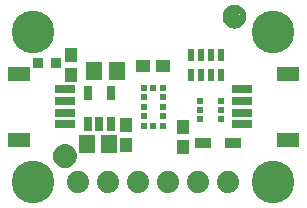
<source format=gbr>
G04 EAGLE Gerber RS-274X export*
G75*
%MOMM*%
%FSLAX34Y34*%
%LPD*%
%INSoldermask Top*%
%IPPOS*%
%AMOC8*
5,1,8,0,0,1.08239X$1,22.5*%
G01*
%ADD10R,0.601600X0.601600*%
%ADD11R,1.451600X0.901600*%
%ADD12R,1.341600X1.601600*%
%ADD13R,0.651600X1.301600*%
%ADD14R,1.101600X1.176600*%
%ADD15R,0.551600X1.001600*%
%ADD16R,0.601600X0.501600*%
%ADD17C,1.879600*%
%ADD18C,3.617600*%
%ADD19R,1.651600X0.701600*%
%ADD20R,1.901600X1.301600*%
%ADD21C,1.101600*%
%ADD22C,0.500000*%
%ADD23R,0.901600X0.901600*%
%ADD24R,1.176600X1.101600*%


D10*
X119000Y72900D03*
X119000Y80900D03*
X119000Y88900D03*
X119000Y96900D03*
X119000Y104900D03*
X127000Y104900D03*
X135000Y104900D03*
X135000Y96900D03*
X135000Y88900D03*
X135000Y80900D03*
X135000Y72900D03*
X127000Y72900D03*
D11*
X194310Y58420D03*
X168910Y58420D03*
D12*
X70510Y57150D03*
X89510Y57150D03*
D13*
X71780Y74629D03*
X81280Y74629D03*
X90780Y74629D03*
X90780Y100631D03*
X71780Y100631D03*
D12*
X76860Y119380D03*
X95860Y119380D03*
D14*
X104140Y73270D03*
X104140Y56270D03*
D15*
X184450Y115960D03*
X184450Y132960D03*
X175450Y115960D03*
X167450Y115960D03*
X158450Y115960D03*
X158450Y132960D03*
X175450Y132960D03*
X167450Y132960D03*
D10*
X184260Y78860D03*
D16*
X184260Y86360D03*
D10*
X184260Y93860D03*
X166260Y93860D03*
D16*
X166260Y86360D03*
D10*
X166260Y78860D03*
D17*
X63500Y25400D03*
X88900Y25400D03*
X114300Y25400D03*
X139700Y25400D03*
X165100Y25400D03*
X190500Y25400D03*
D18*
X25400Y152400D03*
X228600Y152400D03*
D19*
X202190Y83900D03*
X202190Y93900D03*
X202190Y73900D03*
X202190Y103900D03*
D20*
X241190Y60900D03*
X241190Y116900D03*
D19*
X51810Y93900D03*
X51810Y83900D03*
X51810Y103900D03*
X51810Y73900D03*
D20*
X12810Y116900D03*
X12810Y60900D03*
D21*
X52070Y46990D03*
D22*
X52070Y54490D02*
X51889Y54488D01*
X51708Y54481D01*
X51527Y54470D01*
X51346Y54455D01*
X51166Y54435D01*
X50986Y54411D01*
X50807Y54383D01*
X50629Y54350D01*
X50452Y54313D01*
X50275Y54272D01*
X50100Y54227D01*
X49925Y54177D01*
X49752Y54123D01*
X49581Y54065D01*
X49410Y54003D01*
X49242Y53936D01*
X49075Y53866D01*
X48909Y53792D01*
X48746Y53713D01*
X48585Y53631D01*
X48425Y53545D01*
X48268Y53455D01*
X48113Y53361D01*
X47960Y53264D01*
X47810Y53162D01*
X47662Y53058D01*
X47516Y52949D01*
X47374Y52838D01*
X47234Y52722D01*
X47097Y52604D01*
X46962Y52482D01*
X46831Y52357D01*
X46703Y52229D01*
X46578Y52098D01*
X46456Y51963D01*
X46338Y51826D01*
X46222Y51686D01*
X46111Y51544D01*
X46002Y51398D01*
X45898Y51250D01*
X45796Y51100D01*
X45699Y50947D01*
X45605Y50792D01*
X45515Y50635D01*
X45429Y50475D01*
X45347Y50314D01*
X45268Y50151D01*
X45194Y49985D01*
X45124Y49818D01*
X45057Y49650D01*
X44995Y49479D01*
X44937Y49308D01*
X44883Y49135D01*
X44833Y48960D01*
X44788Y48785D01*
X44747Y48608D01*
X44710Y48431D01*
X44677Y48253D01*
X44649Y48074D01*
X44625Y47894D01*
X44605Y47714D01*
X44590Y47533D01*
X44579Y47352D01*
X44572Y47171D01*
X44570Y46990D01*
X52070Y54490D02*
X52251Y54488D01*
X52432Y54481D01*
X52613Y54470D01*
X52794Y54455D01*
X52974Y54435D01*
X53154Y54411D01*
X53333Y54383D01*
X53511Y54350D01*
X53688Y54313D01*
X53865Y54272D01*
X54040Y54227D01*
X54215Y54177D01*
X54388Y54123D01*
X54559Y54065D01*
X54730Y54003D01*
X54898Y53936D01*
X55065Y53866D01*
X55231Y53792D01*
X55394Y53713D01*
X55555Y53631D01*
X55715Y53545D01*
X55872Y53455D01*
X56027Y53361D01*
X56180Y53264D01*
X56330Y53162D01*
X56478Y53058D01*
X56624Y52949D01*
X56766Y52838D01*
X56906Y52722D01*
X57043Y52604D01*
X57178Y52482D01*
X57309Y52357D01*
X57437Y52229D01*
X57562Y52098D01*
X57684Y51963D01*
X57802Y51826D01*
X57918Y51686D01*
X58029Y51544D01*
X58138Y51398D01*
X58242Y51250D01*
X58344Y51100D01*
X58441Y50947D01*
X58535Y50792D01*
X58625Y50635D01*
X58711Y50475D01*
X58793Y50314D01*
X58872Y50151D01*
X58946Y49985D01*
X59016Y49818D01*
X59083Y49650D01*
X59145Y49479D01*
X59203Y49308D01*
X59257Y49135D01*
X59307Y48960D01*
X59352Y48785D01*
X59393Y48608D01*
X59430Y48431D01*
X59463Y48253D01*
X59491Y48074D01*
X59515Y47894D01*
X59535Y47714D01*
X59550Y47533D01*
X59561Y47352D01*
X59568Y47171D01*
X59570Y46990D01*
X59568Y46809D01*
X59561Y46628D01*
X59550Y46447D01*
X59535Y46266D01*
X59515Y46086D01*
X59491Y45906D01*
X59463Y45727D01*
X59430Y45549D01*
X59393Y45372D01*
X59352Y45195D01*
X59307Y45020D01*
X59257Y44845D01*
X59203Y44672D01*
X59145Y44501D01*
X59083Y44330D01*
X59016Y44162D01*
X58946Y43995D01*
X58872Y43829D01*
X58793Y43666D01*
X58711Y43505D01*
X58625Y43345D01*
X58535Y43188D01*
X58441Y43033D01*
X58344Y42880D01*
X58242Y42730D01*
X58138Y42582D01*
X58029Y42436D01*
X57918Y42294D01*
X57802Y42154D01*
X57684Y42017D01*
X57562Y41882D01*
X57437Y41751D01*
X57309Y41623D01*
X57178Y41498D01*
X57043Y41376D01*
X56906Y41258D01*
X56766Y41142D01*
X56624Y41031D01*
X56478Y40922D01*
X56330Y40818D01*
X56180Y40716D01*
X56027Y40619D01*
X55872Y40525D01*
X55715Y40435D01*
X55555Y40349D01*
X55394Y40267D01*
X55231Y40188D01*
X55065Y40114D01*
X54898Y40044D01*
X54730Y39977D01*
X54559Y39915D01*
X54388Y39857D01*
X54215Y39803D01*
X54040Y39753D01*
X53865Y39708D01*
X53688Y39667D01*
X53511Y39630D01*
X53333Y39597D01*
X53154Y39569D01*
X52974Y39545D01*
X52794Y39525D01*
X52613Y39510D01*
X52432Y39499D01*
X52251Y39492D01*
X52070Y39490D01*
X51889Y39492D01*
X51708Y39499D01*
X51527Y39510D01*
X51346Y39525D01*
X51166Y39545D01*
X50986Y39569D01*
X50807Y39597D01*
X50629Y39630D01*
X50452Y39667D01*
X50275Y39708D01*
X50100Y39753D01*
X49925Y39803D01*
X49752Y39857D01*
X49581Y39915D01*
X49410Y39977D01*
X49242Y40044D01*
X49075Y40114D01*
X48909Y40188D01*
X48746Y40267D01*
X48585Y40349D01*
X48425Y40435D01*
X48268Y40525D01*
X48113Y40619D01*
X47960Y40716D01*
X47810Y40818D01*
X47662Y40922D01*
X47516Y41031D01*
X47374Y41142D01*
X47234Y41258D01*
X47097Y41376D01*
X46962Y41498D01*
X46831Y41623D01*
X46703Y41751D01*
X46578Y41882D01*
X46456Y42017D01*
X46338Y42154D01*
X46222Y42294D01*
X46111Y42436D01*
X46002Y42582D01*
X45898Y42730D01*
X45796Y42880D01*
X45699Y43033D01*
X45605Y43188D01*
X45515Y43345D01*
X45429Y43505D01*
X45347Y43666D01*
X45268Y43829D01*
X45194Y43995D01*
X45124Y44162D01*
X45057Y44330D01*
X44995Y44501D01*
X44937Y44672D01*
X44883Y44845D01*
X44833Y45020D01*
X44788Y45195D01*
X44747Y45372D01*
X44710Y45549D01*
X44677Y45727D01*
X44649Y45906D01*
X44625Y46086D01*
X44605Y46266D01*
X44590Y46447D01*
X44579Y46628D01*
X44572Y46809D01*
X44570Y46990D01*
D21*
X195580Y165100D03*
D22*
X195580Y172600D02*
X195399Y172598D01*
X195218Y172591D01*
X195037Y172580D01*
X194856Y172565D01*
X194676Y172545D01*
X194496Y172521D01*
X194317Y172493D01*
X194139Y172460D01*
X193962Y172423D01*
X193785Y172382D01*
X193610Y172337D01*
X193435Y172287D01*
X193262Y172233D01*
X193091Y172175D01*
X192920Y172113D01*
X192752Y172046D01*
X192585Y171976D01*
X192419Y171902D01*
X192256Y171823D01*
X192095Y171741D01*
X191935Y171655D01*
X191778Y171565D01*
X191623Y171471D01*
X191470Y171374D01*
X191320Y171272D01*
X191172Y171168D01*
X191026Y171059D01*
X190884Y170948D01*
X190744Y170832D01*
X190607Y170714D01*
X190472Y170592D01*
X190341Y170467D01*
X190213Y170339D01*
X190088Y170208D01*
X189966Y170073D01*
X189848Y169936D01*
X189732Y169796D01*
X189621Y169654D01*
X189512Y169508D01*
X189408Y169360D01*
X189306Y169210D01*
X189209Y169057D01*
X189115Y168902D01*
X189025Y168745D01*
X188939Y168585D01*
X188857Y168424D01*
X188778Y168261D01*
X188704Y168095D01*
X188634Y167928D01*
X188567Y167760D01*
X188505Y167589D01*
X188447Y167418D01*
X188393Y167245D01*
X188343Y167070D01*
X188298Y166895D01*
X188257Y166718D01*
X188220Y166541D01*
X188187Y166363D01*
X188159Y166184D01*
X188135Y166004D01*
X188115Y165824D01*
X188100Y165643D01*
X188089Y165462D01*
X188082Y165281D01*
X188080Y165100D01*
X195580Y172600D02*
X195761Y172598D01*
X195942Y172591D01*
X196123Y172580D01*
X196304Y172565D01*
X196484Y172545D01*
X196664Y172521D01*
X196843Y172493D01*
X197021Y172460D01*
X197198Y172423D01*
X197375Y172382D01*
X197550Y172337D01*
X197725Y172287D01*
X197898Y172233D01*
X198069Y172175D01*
X198240Y172113D01*
X198408Y172046D01*
X198575Y171976D01*
X198741Y171902D01*
X198904Y171823D01*
X199065Y171741D01*
X199225Y171655D01*
X199382Y171565D01*
X199537Y171471D01*
X199690Y171374D01*
X199840Y171272D01*
X199988Y171168D01*
X200134Y171059D01*
X200276Y170948D01*
X200416Y170832D01*
X200553Y170714D01*
X200688Y170592D01*
X200819Y170467D01*
X200947Y170339D01*
X201072Y170208D01*
X201194Y170073D01*
X201312Y169936D01*
X201428Y169796D01*
X201539Y169654D01*
X201648Y169508D01*
X201752Y169360D01*
X201854Y169210D01*
X201951Y169057D01*
X202045Y168902D01*
X202135Y168745D01*
X202221Y168585D01*
X202303Y168424D01*
X202382Y168261D01*
X202456Y168095D01*
X202526Y167928D01*
X202593Y167760D01*
X202655Y167589D01*
X202713Y167418D01*
X202767Y167245D01*
X202817Y167070D01*
X202862Y166895D01*
X202903Y166718D01*
X202940Y166541D01*
X202973Y166363D01*
X203001Y166184D01*
X203025Y166004D01*
X203045Y165824D01*
X203060Y165643D01*
X203071Y165462D01*
X203078Y165281D01*
X203080Y165100D01*
X203078Y164919D01*
X203071Y164738D01*
X203060Y164557D01*
X203045Y164376D01*
X203025Y164196D01*
X203001Y164016D01*
X202973Y163837D01*
X202940Y163659D01*
X202903Y163482D01*
X202862Y163305D01*
X202817Y163130D01*
X202767Y162955D01*
X202713Y162782D01*
X202655Y162611D01*
X202593Y162440D01*
X202526Y162272D01*
X202456Y162105D01*
X202382Y161939D01*
X202303Y161776D01*
X202221Y161615D01*
X202135Y161455D01*
X202045Y161298D01*
X201951Y161143D01*
X201854Y160990D01*
X201752Y160840D01*
X201648Y160692D01*
X201539Y160546D01*
X201428Y160404D01*
X201312Y160264D01*
X201194Y160127D01*
X201072Y159992D01*
X200947Y159861D01*
X200819Y159733D01*
X200688Y159608D01*
X200553Y159486D01*
X200416Y159368D01*
X200276Y159252D01*
X200134Y159141D01*
X199988Y159032D01*
X199840Y158928D01*
X199690Y158826D01*
X199537Y158729D01*
X199382Y158635D01*
X199225Y158545D01*
X199065Y158459D01*
X198904Y158377D01*
X198741Y158298D01*
X198575Y158224D01*
X198408Y158154D01*
X198240Y158087D01*
X198069Y158025D01*
X197898Y157967D01*
X197725Y157913D01*
X197550Y157863D01*
X197375Y157818D01*
X197198Y157777D01*
X197021Y157740D01*
X196843Y157707D01*
X196664Y157679D01*
X196484Y157655D01*
X196304Y157635D01*
X196123Y157620D01*
X195942Y157609D01*
X195761Y157602D01*
X195580Y157600D01*
X195399Y157602D01*
X195218Y157609D01*
X195037Y157620D01*
X194856Y157635D01*
X194676Y157655D01*
X194496Y157679D01*
X194317Y157707D01*
X194139Y157740D01*
X193962Y157777D01*
X193785Y157818D01*
X193610Y157863D01*
X193435Y157913D01*
X193262Y157967D01*
X193091Y158025D01*
X192920Y158087D01*
X192752Y158154D01*
X192585Y158224D01*
X192419Y158298D01*
X192256Y158377D01*
X192095Y158459D01*
X191935Y158545D01*
X191778Y158635D01*
X191623Y158729D01*
X191470Y158826D01*
X191320Y158928D01*
X191172Y159032D01*
X191026Y159141D01*
X190884Y159252D01*
X190744Y159368D01*
X190607Y159486D01*
X190472Y159608D01*
X190341Y159733D01*
X190213Y159861D01*
X190088Y159992D01*
X189966Y160127D01*
X189848Y160264D01*
X189732Y160404D01*
X189621Y160546D01*
X189512Y160692D01*
X189408Y160840D01*
X189306Y160990D01*
X189209Y161143D01*
X189115Y161298D01*
X189025Y161455D01*
X188939Y161615D01*
X188857Y161776D01*
X188778Y161939D01*
X188704Y162105D01*
X188634Y162272D01*
X188567Y162440D01*
X188505Y162611D01*
X188447Y162782D01*
X188393Y162955D01*
X188343Y163130D01*
X188298Y163305D01*
X188257Y163482D01*
X188220Y163659D01*
X188187Y163837D01*
X188159Y164016D01*
X188135Y164196D01*
X188115Y164376D01*
X188100Y164557D01*
X188089Y164738D01*
X188082Y164919D01*
X188080Y165100D01*
D18*
X25400Y25400D03*
X228600Y25400D03*
D23*
X29330Y125730D03*
X44330Y125730D03*
D24*
X118500Y123190D03*
X135500Y123190D03*
D14*
X152400Y55000D03*
X152400Y72000D03*
X57150Y132960D03*
X57150Y115960D03*
M02*

</source>
